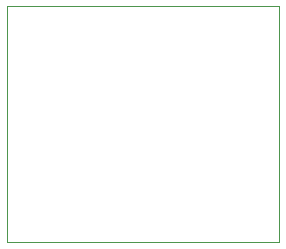
<source format=gbr>
%TF.GenerationSoftware,KiCad,Pcbnew,(6.0.6)*%
%TF.CreationDate,2022-10-14T10:58:21+05:30*%
%TF.ProjectId,test,74657374-2e6b-4696-9361-645f70636258,rev?*%
%TF.SameCoordinates,Original*%
%TF.FileFunction,Profile,NP*%
%FSLAX46Y46*%
G04 Gerber Fmt 4.6, Leading zero omitted, Abs format (unit mm)*
G04 Created by KiCad (PCBNEW (6.0.6)) date 2022-10-14 10:58:21*
%MOMM*%
%LPD*%
G01*
G04 APERTURE LIST*
%TA.AperFunction,Profile*%
%ADD10C,0.100000*%
%TD*%
G04 APERTURE END LIST*
D10*
X99000000Y-76000000D02*
X122000000Y-76000000D01*
X122000000Y-76000000D02*
X122000000Y-56000000D01*
X122000000Y-56000000D02*
X99000000Y-56000000D01*
X99000000Y-56000000D02*
X99000000Y-76000000D01*
M02*

</source>
